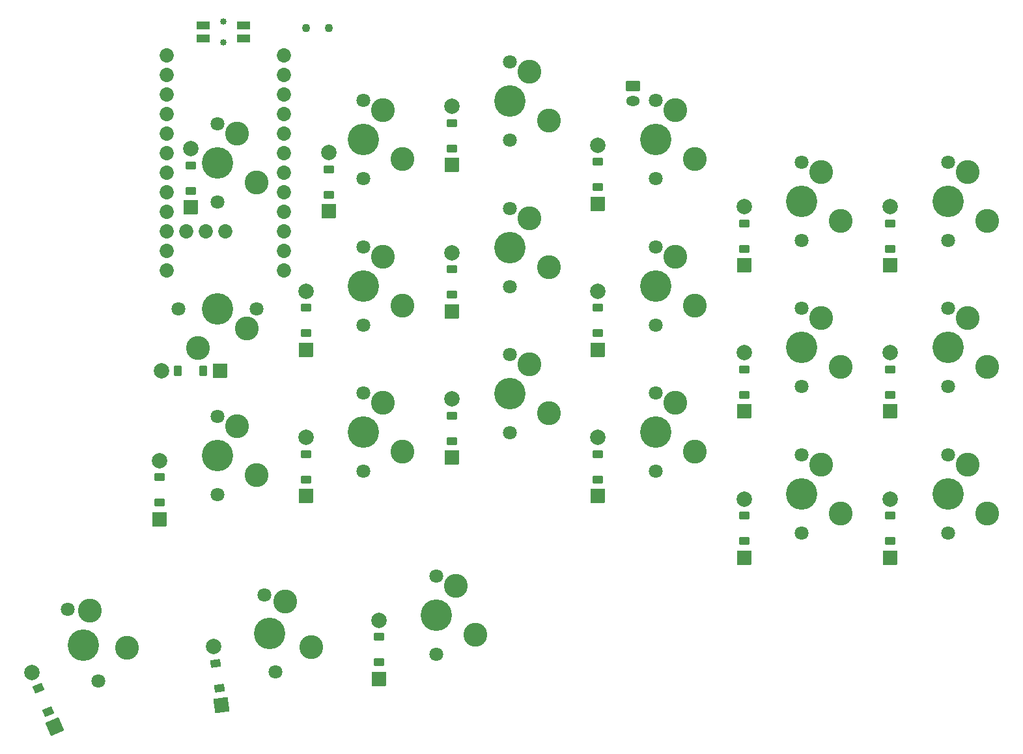
<source format=gbr>
%TF.GenerationSoftware,KiCad,Pcbnew,8.0.6*%
%TF.CreationDate,2024-12-23T22:30:20+01:00*%
%TF.ProjectId,right,72696768-742e-46b6-9963-61645f706362,v1.0.0*%
%TF.SameCoordinates,Original*%
%TF.FileFunction,Soldermask,Top*%
%TF.FilePolarity,Negative*%
%FSLAX46Y46*%
G04 Gerber Fmt 4.6, Leading zero omitted, Abs format (unit mm)*
G04 Created by KiCad (PCBNEW 8.0.6) date 2024-12-23 22:30:20*
%MOMM*%
%LPD*%
G01*
G04 APERTURE LIST*
G04 Aperture macros list*
%AMRoundRect*
0 Rectangle with rounded corners*
0 $1 Rounding radius*
0 $2 $3 $4 $5 $6 $7 $8 $9 X,Y pos of 4 corners*
0 Add a 4 corners polygon primitive as box body*
4,1,4,$2,$3,$4,$5,$6,$7,$8,$9,$2,$3,0*
0 Add four circle primitives for the rounded corners*
1,1,$1+$1,$2,$3*
1,1,$1+$1,$4,$5*
1,1,$1+$1,$6,$7*
1,1,$1+$1,$8,$9*
0 Add four rect primitives between the rounded corners*
20,1,$1+$1,$2,$3,$4,$5,0*
20,1,$1+$1,$4,$5,$6,$7,0*
20,1,$1+$1,$6,$7,$8,$9,0*
20,1,$1+$1,$8,$9,$2,$3,0*%
G04 Aperture macros list end*
%ADD10C,4.087800*%
%ADD11C,1.801800*%
%ADD12C,3.100000*%
%ADD13C,1.852600*%
%ADD14RoundRect,0.050000X0.600000X-0.450000X0.600000X0.450000X-0.600000X0.450000X-0.600000X-0.450000X0*%
%ADD15RoundRect,0.050000X0.889000X-0.889000X0.889000X0.889000X-0.889000X0.889000X-0.889000X-0.889000X0*%
%ADD16C,2.005000*%
%ADD17RoundRect,0.050000X0.656789X-0.362117X0.531533X0.529124X-0.656789X0.362117X-0.531533X-0.529124X0*%
%ADD18RoundRect,0.050000X1.004073X-0.756623X0.756623X1.004073X-1.004073X0.756623X-0.756623X-1.004073X0*%
%ADD19RoundRect,0.050000X0.728132X-0.179789X0.376474X0.648666X-0.728132X0.179789X-0.376474X-0.648666X0*%
%ADD20RoundRect,0.050000X1.165689X-0.470969X0.470969X1.165689X-1.165689X0.470969X-0.470969X-1.165689X0*%
%ADD21RoundRect,0.050000X0.450000X0.600000X-0.450000X0.600000X-0.450000X-0.600000X0.450000X-0.600000X0*%
%ADD22RoundRect,0.050000X0.889000X0.889000X-0.889000X0.889000X-0.889000X-0.889000X0.889000X-0.889000X0*%
%ADD23RoundRect,0.050000X-0.850000X0.600000X-0.850000X-0.600000X0.850000X-0.600000X0.850000X0.600000X0*%
%ADD24O,1.800000X1.300000*%
%ADD25C,0.850000*%
%ADD26RoundRect,0.050000X-0.775000X-0.500000X0.775000X-0.500000X0.775000X0.500000X-0.775000X0.500000X0*%
%ADD27C,1.100000*%
G04 APERTURE END LIST*
D10*
%TO.C,S1*%
X297000000Y-160000000D03*
D11*
X297000000Y-165080000D03*
X297000000Y-154920000D03*
D12*
X302080000Y-162540000D03*
X299540000Y-156190000D03*
%TD*%
D10*
%TO.C,S2*%
X297000000Y-141000000D03*
D11*
X297000000Y-146080000D03*
X297000000Y-135920000D03*
D12*
X302080000Y-143540000D03*
X299540000Y-137190000D03*
%TD*%
D10*
%TO.C,S3*%
X297000000Y-122000000D03*
D11*
X297000000Y-127080000D03*
X297000000Y-116920000D03*
D12*
X302080000Y-124540000D03*
X299540000Y-118190000D03*
%TD*%
D10*
%TO.C,S4*%
X278000000Y-160000000D03*
D11*
X278000000Y-165080000D03*
X278000000Y-154920000D03*
D12*
X283080000Y-162540000D03*
X280540000Y-156190000D03*
%TD*%
D10*
%TO.C,S5*%
X278000000Y-141000000D03*
D11*
X278000000Y-146080000D03*
X278000000Y-135920000D03*
D12*
X283080000Y-143540000D03*
X280540000Y-137190000D03*
%TD*%
D10*
%TO.C,S6*%
X278000000Y-122000000D03*
D11*
X278000000Y-127080000D03*
X278000000Y-116920000D03*
D12*
X283080000Y-124540000D03*
X280540000Y-118190000D03*
%TD*%
D10*
%TO.C,S7*%
X259000000Y-152000000D03*
D11*
X259000000Y-157080000D03*
X259000000Y-146920000D03*
D12*
X264080000Y-154540000D03*
X261540000Y-148190000D03*
%TD*%
D10*
%TO.C,S8*%
X259000000Y-133000000D03*
D11*
X259000000Y-138080000D03*
X259000000Y-127920000D03*
D12*
X264080000Y-135540000D03*
X261540000Y-129190000D03*
%TD*%
D10*
%TO.C,S9*%
X259000000Y-114000000D03*
D11*
X259000000Y-119080000D03*
X259000000Y-108920000D03*
D12*
X264080000Y-116540000D03*
X261540000Y-110190000D03*
%TD*%
D10*
%TO.C,S10*%
X240000000Y-147000000D03*
D11*
X240000000Y-152080000D03*
X240000000Y-141920000D03*
D12*
X245080000Y-149540000D03*
X242540000Y-143190000D03*
%TD*%
D10*
%TO.C,S11*%
X240000000Y-128000000D03*
D11*
X240000000Y-133080000D03*
X240000000Y-122920000D03*
D12*
X245080000Y-130540000D03*
X242540000Y-124190000D03*
%TD*%
D10*
%TO.C,S12*%
X240000000Y-109000000D03*
D11*
X240000000Y-114080000D03*
X240000000Y-103920000D03*
D12*
X245080000Y-111540000D03*
X242540000Y-105190000D03*
%TD*%
D10*
%TO.C,S13*%
X221000000Y-152000000D03*
D11*
X221000000Y-157080000D03*
X221000000Y-146920000D03*
D12*
X226080000Y-154540000D03*
X223540000Y-148190000D03*
%TD*%
D10*
%TO.C,S14*%
X221000000Y-133000000D03*
D11*
X221000000Y-138080000D03*
X221000000Y-127920000D03*
D12*
X226080000Y-135540000D03*
X223540000Y-129190000D03*
%TD*%
D10*
%TO.C,S15*%
X221000000Y-114000000D03*
D11*
X221000000Y-119080000D03*
X221000000Y-108920000D03*
D12*
X226080000Y-116540000D03*
X223540000Y-110190000D03*
%TD*%
D10*
%TO.C,S16*%
X202000000Y-155000000D03*
D11*
X202000000Y-160080000D03*
X202000000Y-149920000D03*
D12*
X207080000Y-157540000D03*
X204540000Y-151190000D03*
%TD*%
D10*
%TO.C,S17*%
X202000000Y-117000000D03*
D11*
X202000000Y-122080000D03*
X202000000Y-111920000D03*
D12*
X207080000Y-119540000D03*
X204540000Y-113190000D03*
%TD*%
D10*
%TO.C,S18*%
X230500000Y-175750000D03*
D11*
X230500000Y-180830000D03*
X230500000Y-170670000D03*
D12*
X235580000Y-178290000D03*
X233040000Y-171940000D03*
%TD*%
D10*
%TO.C,S19*%
X208807542Y-178148055D03*
D11*
X209514541Y-183178617D03*
X208100543Y-173117493D03*
D12*
X214191603Y-179956337D03*
X210792573Y-174021634D03*
%TD*%
D10*
%TO.C,S20*%
X184539406Y-179679128D03*
D11*
X186524320Y-184355293D03*
X182554492Y-175002963D03*
D12*
X190208028Y-180032296D03*
X185388803Y-175179547D03*
%TD*%
D10*
%TO.C,S21*%
X202000000Y-136000000D03*
D11*
X196920000Y-136000000D03*
X207080000Y-136000000D03*
D12*
X199460000Y-141080000D03*
X205810000Y-138540000D03*
%TD*%
D13*
%TO.C,MCU1*%
X195380000Y-103030000D03*
X195380000Y-105570000D03*
X195380000Y-108110000D03*
X195380000Y-110650000D03*
X195380000Y-113190000D03*
X195380000Y-115730000D03*
X195380000Y-118270000D03*
X195380000Y-120810000D03*
X195380000Y-123350000D03*
X195380000Y-125890000D03*
X195380000Y-128430000D03*
X195380000Y-130970000D03*
X210620000Y-130970000D03*
X210620000Y-128430000D03*
X210620000Y-125890000D03*
X210620000Y-123350000D03*
X210620000Y-120810000D03*
X210620000Y-118270000D03*
X210620000Y-115730000D03*
X210620000Y-113190000D03*
X210620000Y-110650000D03*
X210620000Y-108110000D03*
X210620000Y-105570000D03*
X210620000Y-103030000D03*
X197920000Y-125890000D03*
X200460000Y-125890000D03*
X203000000Y-125890000D03*
%TD*%
D14*
%TO.C,D1*%
X289500000Y-166150000D03*
X289500000Y-162850000D03*
D15*
X289500000Y-168310000D03*
D16*
X289500000Y-160690000D03*
%TD*%
D14*
%TO.C,D2*%
X289500000Y-147150000D03*
X289500000Y-143850000D03*
D15*
X289500000Y-149310000D03*
D16*
X289500000Y-141690000D03*
%TD*%
D14*
%TO.C,D3*%
X289500000Y-128150000D03*
X289500000Y-124850000D03*
D15*
X289500000Y-130310000D03*
D16*
X289500000Y-122690000D03*
%TD*%
D14*
%TO.C,D4*%
X270500000Y-166150000D03*
X270500000Y-162850000D03*
D15*
X270500000Y-168310000D03*
D16*
X270500000Y-160690000D03*
%TD*%
D14*
%TO.C,D5*%
X270500000Y-147150000D03*
X270500000Y-143850000D03*
D15*
X270500000Y-149310000D03*
D16*
X270500000Y-141690000D03*
%TD*%
D14*
%TO.C,D6*%
X270500000Y-128150000D03*
X270500000Y-124850000D03*
D15*
X270500000Y-130310000D03*
D16*
X270500000Y-122690000D03*
%TD*%
D14*
%TO.C,D7*%
X251500000Y-158150000D03*
X251500000Y-154850000D03*
D15*
X251500000Y-160310000D03*
D16*
X251500000Y-152690000D03*
%TD*%
D14*
%TO.C,D8*%
X251500000Y-139150000D03*
X251500000Y-135850000D03*
D15*
X251500000Y-141310000D03*
D16*
X251500000Y-133690000D03*
%TD*%
D14*
%TO.C,D9*%
X251500000Y-120150000D03*
X251500000Y-116850000D03*
D15*
X251500000Y-122310000D03*
D16*
X251500000Y-114690000D03*
%TD*%
D14*
%TO.C,D10*%
X232500000Y-153150000D03*
X232500000Y-149850000D03*
D15*
X232500000Y-155310000D03*
D16*
X232500000Y-147690000D03*
%TD*%
D14*
%TO.C,D11*%
X232500000Y-134150000D03*
X232500000Y-130850000D03*
D15*
X232500000Y-136310000D03*
D16*
X232500000Y-128690000D03*
%TD*%
D14*
%TO.C,D12*%
X232500000Y-115150000D03*
X232500000Y-111850000D03*
D15*
X232500000Y-117310000D03*
D16*
X232500000Y-109690000D03*
%TD*%
D14*
%TO.C,D13*%
X213500000Y-158150000D03*
X213500000Y-154850000D03*
D15*
X213500000Y-160310000D03*
D16*
X213500000Y-152690000D03*
%TD*%
D14*
%TO.C,D14*%
X194500000Y-161150000D03*
X194500000Y-157850000D03*
D15*
X194500000Y-163310000D03*
D16*
X194500000Y-155690000D03*
%TD*%
D14*
%TO.C,D15*%
X223000000Y-181900000D03*
X223000000Y-178600000D03*
D15*
X223000000Y-184060000D03*
D16*
X223000000Y-176440000D03*
%TD*%
D17*
%TO.C,D16*%
X202236446Y-185282002D03*
X201777174Y-182014118D03*
D18*
X202537060Y-187420981D03*
D16*
X201476560Y-179875139D03*
%TD*%
D19*
%TO.C,D17*%
X180038615Y-188270717D03*
X178749203Y-185233051D03*
D20*
X180882595Y-190259007D03*
D16*
X177905223Y-183244761D03*
%TD*%
D21*
%TO.C,D18*%
X200150000Y-144000000D03*
X196850000Y-144000000D03*
D22*
X202310000Y-144000000D03*
D16*
X194690000Y-144000000D03*
%TD*%
D14*
%TO.C,D19*%
X198500000Y-120650000D03*
X198500000Y-117350000D03*
D15*
X198500000Y-122810000D03*
D16*
X198500000Y-115190000D03*
%TD*%
D14*
%TO.C,D20*%
X216500000Y-121150000D03*
X216500000Y-117850000D03*
D15*
X216500000Y-123310000D03*
D16*
X216500000Y-115690000D03*
%TD*%
D14*
%TO.C,D21*%
X213500000Y-139150000D03*
X213500000Y-135850000D03*
D15*
X213500000Y-141310000D03*
D16*
X213500000Y-133690000D03*
%TD*%
D23*
%TO.C,JST1*%
X256000000Y-107000000D03*
D24*
X256000000Y-109000000D03*
%TD*%
D25*
%TO.C,B1*%
X202800000Y-98625000D03*
X202800000Y-101375000D03*
D26*
X200175000Y-99150000D03*
X205425000Y-99150000D03*
X200175000Y-100850000D03*
X205425000Y-100850000D03*
%TD*%
D27*
%TO.C,T1*%
X216500000Y-99500000D03*
X213500000Y-99500000D03*
%TD*%
M02*

</source>
